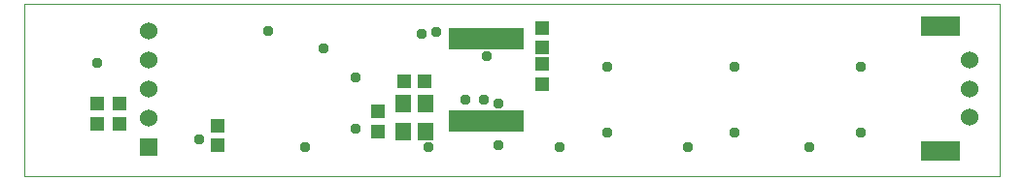
<source format=gbs>
G75*
%MOIN*%
%OFA0B0*%
%FSLAX25Y25*%
%IPPOS*%
%LPD*%
%AMOC8*
5,1,8,0,0,1.08239X$1,22.5*
%
%ADD10C,0.00000*%
%ADD11R,0.05052X0.04934*%
%ADD12R,0.02572X0.07690*%
%ADD13R,0.05131X0.04737*%
%ADD14R,0.04934X0.05052*%
%ADD15R,0.05524X0.06312*%
%ADD16R,0.06000X0.06000*%
%ADD17C,0.06000*%
%ADD18R,0.13300X0.06800*%
%ADD19C,0.03778*%
D10*
X0002265Y0032362D02*
X0002265Y0091417D01*
X0336910Y0091417D01*
X0336910Y0032362D01*
X0002265Y0032362D01*
D11*
X0027265Y0050167D03*
X0034765Y0050167D03*
X0034765Y0057057D03*
X0027265Y0057057D03*
X0123515Y0054557D03*
X0123515Y0047667D03*
X0179765Y0063917D03*
X0179765Y0070807D03*
X0179765Y0076417D03*
X0179765Y0083307D03*
D12*
X0172265Y0079655D03*
X0169706Y0079655D03*
X0167146Y0079655D03*
X0164587Y0079655D03*
X0162028Y0079655D03*
X0159469Y0079655D03*
X0156910Y0079655D03*
X0154351Y0079655D03*
X0151792Y0079655D03*
X0149233Y0079655D03*
X0149233Y0051112D03*
X0151792Y0051112D03*
X0154351Y0051112D03*
X0156910Y0051112D03*
X0159469Y0051112D03*
X0162028Y0051112D03*
X0164587Y0051112D03*
X0167146Y0051112D03*
X0169706Y0051112D03*
X0172265Y0051112D03*
D13*
X0068515Y0049459D03*
X0068515Y0042766D03*
D14*
X0132570Y0064862D03*
X0139459Y0064862D03*
D15*
X0139755Y0057087D03*
X0132274Y0057087D03*
X0132274Y0047638D03*
X0139755Y0047638D03*
D16*
X0044765Y0042362D03*
D17*
X0044765Y0052362D03*
X0044765Y0062362D03*
X0044765Y0072362D03*
X0044765Y0082362D03*
X0326482Y0072205D03*
X0326482Y0062362D03*
X0326482Y0052520D03*
D18*
X0316640Y0040862D03*
X0316640Y0083862D03*
D19*
X0289135Y0069862D03*
X0246015Y0069862D03*
X0202265Y0069862D03*
X0161015Y0073612D03*
X0138515Y0081112D03*
X0143515Y0081737D03*
X0104765Y0076112D03*
X0086015Y0082362D03*
X0027265Y0071112D03*
X0116015Y0066112D03*
X0153515Y0058612D03*
X0159765Y0058612D03*
X0164765Y0057362D03*
X0202265Y0047362D03*
X0186015Y0042362D03*
X0164765Y0042912D03*
X0141015Y0042362D03*
X0116015Y0048612D03*
X0098515Y0042362D03*
X0062265Y0044862D03*
X0229765Y0042362D03*
X0246015Y0047362D03*
X0271635Y0042362D03*
X0289135Y0047362D03*
M02*

</source>
